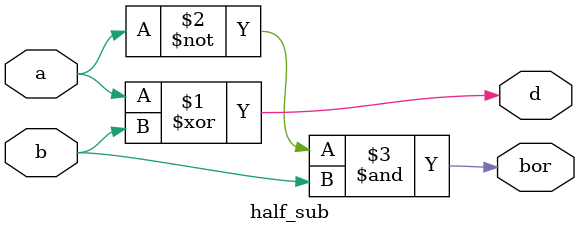
<source format=v>
module half_sub(d,bor,a,b);
input a,b;
output d,bor;
assign d = a ^ b;
assign bor = ~a & b;
endmodule

</source>
